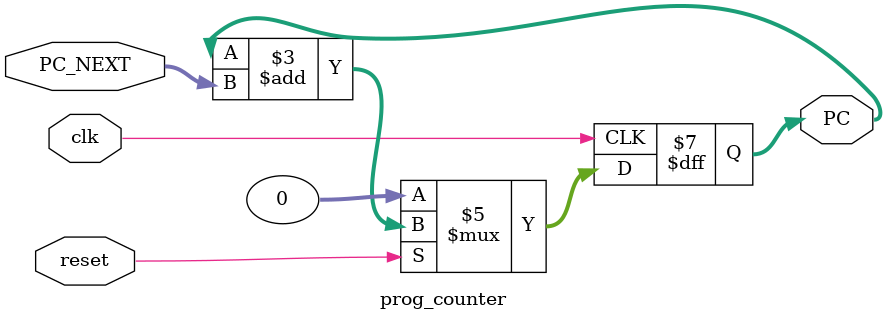
<source format=v>
module prog_counter(PC_NEXT, PC, reset, clk);

    input [31:0] PC_NEXT;
    input clk, reset;

    output reg[31:0] PC;

    always @(posedge clk) begin
        if(reset == 1'b0) begin
            PC <= 32'h00000000;
        end 
        else begin
            PC <= PC + PC_NEXT;
        end
    end

endmodule
</source>
